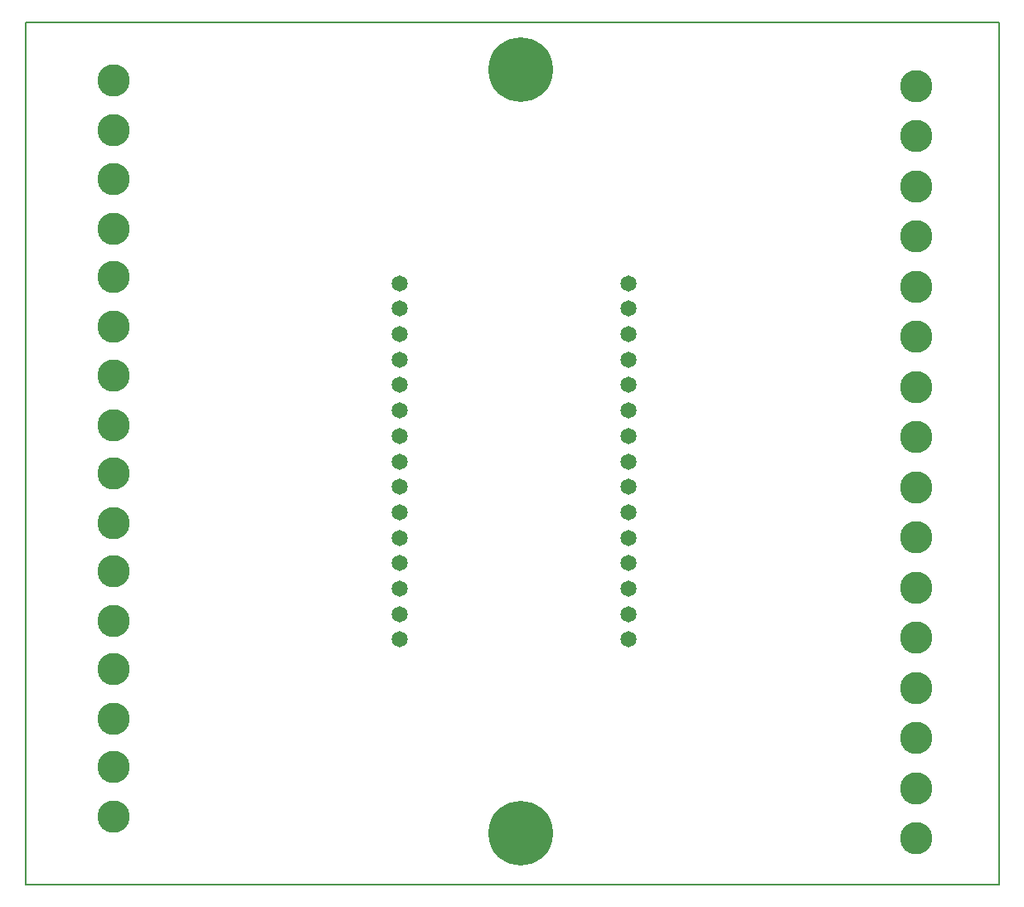
<source format=gbr>
G04 PROTEUS GERBER X2 FILE*
%TF.GenerationSoftware,Labcenter,Proteus,8.10-SP3-Build29560*%
%TF.CreationDate,2021-05-28T11:11:34+00:00*%
%TF.FileFunction,Soldermask,Bot*%
%TF.FilePolarity,Negative*%
%TF.Part,Single*%
%TF.SameCoordinates,{0c21fc26-f907-4c27-8847-3eb6f3dc584d}*%
%FSLAX45Y45*%
%MOMM*%
G01*
%TA.AperFunction,Material*%
%ADD18C,3.302000*%
%TA.AperFunction,Material*%
%ADD19C,1.651000*%
%TA.AperFunction,Material*%
%ADD70C,6.604000*%
%TA.AperFunction,Profile*%
%ADD14C,0.203200*%
%TD.AperFunction*%
D18*
X-5324000Y+11792000D03*
X-5324000Y+11284000D03*
X-5324000Y+10768000D03*
X-5324000Y+10260000D03*
X-5324000Y+9744000D03*
X-5324000Y+9236000D03*
X-5324000Y+8720000D03*
X-5324000Y+8212000D03*
X-5324000Y+7696000D03*
X-5324000Y+7188000D03*
X-5324000Y+6672000D03*
X-5324000Y+6164000D03*
X-5324000Y+5648000D03*
X-5324000Y+5140000D03*
X-5324000Y+4624000D03*
X-5324000Y+4116000D03*
D19*
X-10600000Y+9780000D03*
X-10600000Y+9520000D03*
X-10600000Y+9260000D03*
X-10600000Y+9000000D03*
X-10600000Y+8740000D03*
X-10600000Y+8480000D03*
X-10600000Y+8220000D03*
X-10600000Y+7960000D03*
X-10600000Y+7700000D03*
X-10600000Y+7440000D03*
X-10600000Y+7180000D03*
X-10600000Y+6920000D03*
X-10600000Y+6660000D03*
X-10600000Y+6400000D03*
X-10600000Y+6140000D03*
X-8260000Y+9780000D03*
X-8260000Y+9520000D03*
X-8260000Y+9260000D03*
X-8260000Y+9000000D03*
X-8260000Y+8740000D03*
X-8260000Y+8480000D03*
X-8260000Y+8220000D03*
X-8260000Y+7960000D03*
X-8260000Y+7700000D03*
X-8260000Y+7440000D03*
X-8260000Y+7180000D03*
X-8260000Y+6920000D03*
X-8260000Y+6660000D03*
X-8260000Y+6400000D03*
X-8260000Y+6140000D03*
D18*
X-13520000Y+11848000D03*
X-13520000Y+11340000D03*
X-13520000Y+10840000D03*
X-13520000Y+10332000D03*
X-13520000Y+9840000D03*
X-13520000Y+9332000D03*
X-13520000Y+8840000D03*
X-13520000Y+8332000D03*
X-13520000Y+7840000D03*
X-13520000Y+7332000D03*
X-13520000Y+6840000D03*
X-13520000Y+6332000D03*
X-13520000Y+5840000D03*
X-13520000Y+5332000D03*
X-13520000Y+4840000D03*
X-13520000Y+4332000D03*
D70*
X-9360000Y+11960000D03*
X-9360000Y+4160000D03*
D14*
X-14420000Y+3640000D02*
X-4480000Y+3640000D01*
X-4480000Y+12440000D01*
X-14420000Y+12440000D01*
X-14420000Y+3640000D01*
M02*

</source>
